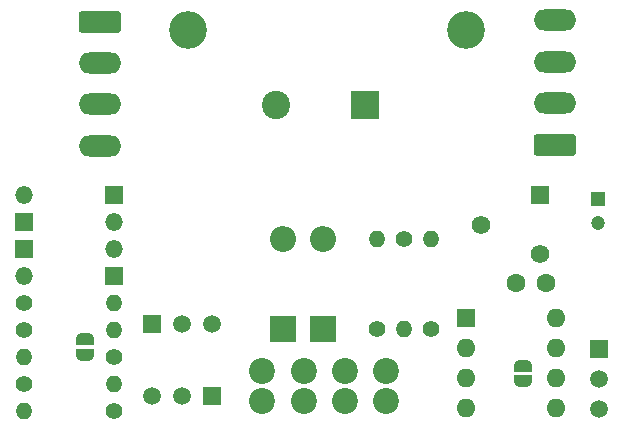
<source format=gbr>
%TF.GenerationSoftware,KiCad,Pcbnew,8.0.2*%
%TF.CreationDate,2024-12-18T13:20:37+01:00*%
%TF.ProjectId,OSSD_CDU,4f535344-5f43-4445-952e-6b696361645f,rev?*%
%TF.SameCoordinates,Original*%
%TF.FileFunction,Soldermask,Bot*%
%TF.FilePolarity,Negative*%
%FSLAX46Y46*%
G04 Gerber Fmt 4.6, Leading zero omitted, Abs format (unit mm)*
G04 Created by KiCad (PCBNEW 8.0.2) date 2024-12-18 13:20:37*
%MOMM*%
%LPD*%
G01*
G04 APERTURE LIST*
G04 Aperture macros list*
%AMRoundRect*
0 Rectangle with rounded corners*
0 $1 Rounding radius*
0 $2 $3 $4 $5 $6 $7 $8 $9 X,Y pos of 4 corners*
0 Add a 4 corners polygon primitive as box body*
4,1,4,$2,$3,$4,$5,$6,$7,$8,$9,$2,$3,0*
0 Add four circle primitives for the rounded corners*
1,1,$1+$1,$2,$3*
1,1,$1+$1,$4,$5*
1,1,$1+$1,$6,$7*
1,1,$1+$1,$8,$9*
0 Add four rect primitives between the rounded corners*
20,1,$1+$1,$2,$3,$4,$5,0*
20,1,$1+$1,$4,$5,$6,$7,0*
20,1,$1+$1,$6,$7,$8,$9,0*
20,1,$1+$1,$8,$9,$2,$3,0*%
%AMFreePoly0*
4,1,19,0.500000,-0.750000,0.000000,-0.750000,0.000000,-0.744911,-0.071157,-0.744911,-0.207708,-0.704816,-0.327430,-0.627875,-0.420627,-0.520320,-0.479746,-0.390866,-0.500000,-0.250000,-0.500000,0.250000,-0.479746,0.390866,-0.420627,0.520320,-0.327430,0.627875,-0.207708,0.704816,-0.071157,0.744911,0.000000,0.744911,0.000000,0.750000,0.500000,0.750000,0.500000,-0.750000,0.500000,-0.750000,
$1*%
%AMFreePoly1*
4,1,19,0.000000,0.744911,0.071157,0.744911,0.207708,0.704816,0.327430,0.627875,0.420627,0.520320,0.479746,0.390866,0.500000,0.250000,0.500000,-0.250000,0.479746,-0.390866,0.420627,-0.520320,0.327430,-0.627875,0.207708,-0.704816,0.071157,-0.744911,0.000000,-0.744911,0.000000,-0.750000,-0.500000,-0.750000,-0.500000,0.750000,0.000000,0.750000,0.000000,0.744911,0.000000,0.744911,
$1*%
G04 Aperture macros list end*
%ADD10RoundRect,0.250000X1.550000X-0.650000X1.550000X0.650000X-1.550000X0.650000X-1.550000X-0.650000X0*%
%ADD11O,3.600000X1.800000*%
%ADD12C,1.400000*%
%ADD13O,1.400000X1.400000*%
%ADD14R,2.200000X2.200000*%
%ADD15O,2.200000X2.200000*%
%ADD16RoundRect,0.250000X-1.550000X0.650000X-1.550000X-0.650000X1.550000X-0.650000X1.550000X0.650000X0*%
%ADD17C,1.600000*%
%ADD18R,1.500000X1.500000*%
%ADD19C,1.500000*%
%ADD20C,3.200000*%
%ADD21R,1.600000X1.600000*%
%ADD22O,1.600000X1.600000*%
%ADD23O,1.500000X1.500000*%
%ADD24C,2.200000*%
%ADD25R,2.400000X2.400000*%
%ADD26C,2.400000*%
%ADD27R,1.560000X1.560000*%
%ADD28C,1.560000*%
%ADD29R,1.200000X1.200000*%
%ADD30C,1.200000*%
%ADD31FreePoly0,270.000000*%
%ADD32FreePoly1,270.000000*%
%ADD33FreePoly0,90.000000*%
%ADD34FreePoly1,90.000000*%
G04 APERTURE END LIST*
D10*
%TO.C,J3*%
X152067500Y-139195000D03*
D11*
X152067500Y-135695000D03*
X152067500Y-132195000D03*
X152067500Y-128695000D03*
%TD*%
D12*
%TO.C,R6*%
X107061000Y-159512000D03*
D13*
X114681000Y-159512000D03*
%TD*%
D14*
%TO.C,D5*%
X132429000Y-154810000D03*
D15*
X132429000Y-147190000D03*
%TD*%
D12*
%TO.C,R3*%
X136928000Y-154810000D03*
D13*
X136928000Y-147190000D03*
%TD*%
D16*
%TO.C,J1*%
X113500000Y-128805000D03*
D11*
X113500000Y-132305000D03*
X113500000Y-135805000D03*
X113500000Y-139305000D03*
%TD*%
D17*
%TO.C,C2*%
X151250000Y-150949000D03*
X148750000Y-150949000D03*
%TD*%
D12*
%TO.C,R1*%
X139214000Y-147190000D03*
D13*
X139214000Y-154810000D03*
%TD*%
D12*
%TO.C,R5*%
X114681000Y-161798000D03*
D13*
X107061000Y-161798000D03*
%TD*%
D18*
%TO.C,Q1*%
X155793000Y-156537000D03*
D19*
X155793000Y-159077000D03*
X155793000Y-161617000D03*
%TD*%
D12*
%TO.C,R4*%
X107061000Y-152654000D03*
D13*
X114681000Y-152654000D03*
%TD*%
D20*
%TO.C,REF\u002A\u002A*%
X144500000Y-129500000D03*
%TD*%
D21*
%TO.C,U1*%
X144500000Y-153880000D03*
D22*
X144500000Y-156420000D03*
X144500000Y-158960000D03*
X144500000Y-161500000D03*
X152120000Y-161500000D03*
X152120000Y-158960000D03*
X152120000Y-156420000D03*
X152120000Y-153880000D03*
%TD*%
D18*
%TO.C,Q3*%
X117960000Y-154360000D03*
D19*
X120500000Y-154360000D03*
X123040000Y-154360000D03*
%TD*%
D18*
%TO.C,Q2*%
X123040000Y-160500000D03*
D19*
X120500000Y-160500000D03*
X117960000Y-160500000D03*
%TD*%
D18*
%TO.C,D1*%
X114686000Y-150368000D03*
D23*
X107066000Y-150368000D03*
%TD*%
D20*
%TO.C,REF\u002A\u002A*%
X121000000Y-129500000D03*
%TD*%
D12*
%TO.C,R7*%
X114681000Y-157226000D03*
D13*
X107061000Y-157226000D03*
%TD*%
D24*
%TO.C,J2*%
X137750000Y-158400000D03*
X137750000Y-160900000D03*
X134250000Y-158400000D03*
X134250000Y-160900000D03*
X130750000Y-158400000D03*
X130750000Y-160900000D03*
X127250000Y-158400000D03*
X127250000Y-160900000D03*
%TD*%
D14*
%TO.C,D6*%
X129000000Y-154810000D03*
D15*
X129000000Y-147190000D03*
%TD*%
D12*
%TO.C,R8*%
X107061000Y-154940000D03*
D13*
X114681000Y-154940000D03*
%TD*%
D25*
%TO.C,C3*%
X135938780Y-135890000D03*
D26*
X128438780Y-135890000D03*
%TD*%
D12*
%TO.C,R2*%
X141500000Y-154810000D03*
D13*
X141500000Y-147190000D03*
%TD*%
D27*
%TO.C,RV1*%
X150740000Y-143500000D03*
D28*
X145740000Y-146000000D03*
X150740000Y-148500000D03*
%TD*%
D29*
%TO.C,C1*%
X155702000Y-143807401D03*
D30*
X155702000Y-145807401D03*
%TD*%
D18*
%TO.C,D4*%
X107056000Y-145796000D03*
D23*
X114676000Y-145796000D03*
%TD*%
D18*
%TO.C,D3*%
X114686000Y-143510000D03*
D23*
X107066000Y-143510000D03*
%TD*%
D18*
%TO.C,D2*%
X107056000Y-148082000D03*
D23*
X114676000Y-148082000D03*
%TD*%
D31*
%TO.C,JP1*%
X149352000Y-157958000D03*
D32*
X149352000Y-159258000D03*
%TD*%
D33*
%TO.C,JP2*%
X112268000Y-156987000D03*
D34*
X112268000Y-155687000D03*
%TD*%
M02*

</source>
